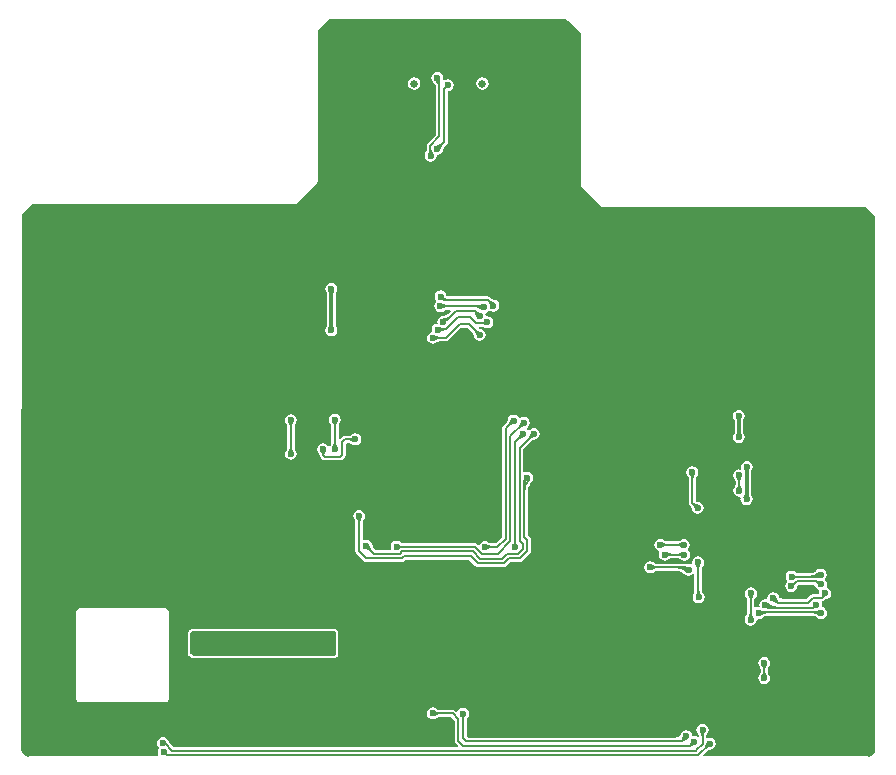
<source format=gbl>
%FSLAX25Y25*%
%MOIN*%
G70*
G01*
G75*
G04 Layer_Physical_Order=5*
G04 Layer_Color=16711680*
%ADD10C,0.00787*%
%ADD11C,0.01181*%
%ADD12R,0.02756X0.04921*%
%ADD13O,0.07874X0.05906*%
%ADD14R,0.07874X0.05906*%
%ADD15C,0.11811*%
%ADD16R,0.01181X0.03347*%
%ADD17R,0.02362X0.03347*%
%ADD18R,0.03543X0.06693*%
%ADD19O,0.05906X0.07874*%
%ADD20R,0.05906X0.07874*%
%ADD21R,0.05512X0.02362*%
%ADD22R,0.03150X0.07874*%
%ADD23R,0.02362X0.07874*%
%ADD24O,0.07480X0.12992*%
%ADD25R,0.01575X0.04724*%
%ADD26R,0.03937X0.03543*%
%ADD27O,0.02362X0.05512*%
%ADD28R,0.02362X0.01969*%
%ADD29R,0.01969X0.02362*%
%ADD30R,0.04921X0.02756*%
%ADD31R,0.03543X0.03937*%
%ADD32R,0.05118X0.03150*%
%ADD33R,0.03150X0.05118*%
%ADD34R,0.03150X0.03150*%
%ADD35R,0.06693X0.03543*%
%ADD36R,0.03543X0.02362*%
G04:AMPARAMS|DCode=37|XSize=98.43mil|YSize=59.06mil|CornerRadius=14.76mil|HoleSize=0mil|Usage=FLASHONLY|Rotation=90.000|XOffset=0mil|YOffset=0mil|HoleType=Round|Shape=RoundedRectangle|*
%AMROUNDEDRECTD37*
21,1,0.09843,0.02953,0,0,90.0*
21,1,0.06890,0.05906,0,0,90.0*
1,1,0.02953,0.01476,0.03445*
1,1,0.02953,0.01476,-0.03445*
1,1,0.02953,-0.01476,-0.03445*
1,1,0.02953,-0.01476,0.03445*
%
%ADD37ROUNDEDRECTD37*%
%ADD38C,0.07874*%
%ADD39C,0.02559*%
G04:AMPARAMS|DCode=40|XSize=39.37mil|YSize=62.99mil|CornerRadius=17.72mil|HoleSize=0mil|Usage=FLASHONLY|Rotation=180.000|XOffset=0mil|YOffset=0mil|HoleType=Round|Shape=RoundedRectangle|*
%AMROUNDEDRECTD40*
21,1,0.03937,0.02756,0,0,180.0*
21,1,0.00394,0.06299,0,0,180.0*
1,1,0.03543,-0.00197,0.01378*
1,1,0.03543,0.00197,0.01378*
1,1,0.03543,0.00197,-0.01378*
1,1,0.03543,-0.00197,-0.01378*
%
%ADD40ROUNDEDRECTD40*%
G04:AMPARAMS|DCode=41|XSize=39.37mil|YSize=82.68mil|CornerRadius=17.72mil|HoleSize=0mil|Usage=FLASHONLY|Rotation=180.000|XOffset=0mil|YOffset=0mil|HoleType=Round|Shape=RoundedRectangle|*
%AMROUNDEDRECTD41*
21,1,0.03937,0.04724,0,0,180.0*
21,1,0.00394,0.08268,0,0,180.0*
1,1,0.03543,-0.00197,0.02362*
1,1,0.03543,0.00197,0.02362*
1,1,0.03543,0.00197,-0.02362*
1,1,0.03543,-0.00197,-0.02362*
%
%ADD41ROUNDEDRECTD41*%
%ADD42C,0.02362*%
G36*
X40050Y246644D02*
D01*
X40050Y246644D01*
X44166Y242528D01*
Y192224D01*
X44166Y192224D01*
X44166D01*
X44273Y191687D01*
X44577Y191231D01*
X50877Y184932D01*
X51332Y184627D01*
X51870Y184520D01*
X139379D01*
X142296Y181603D01*
Y117913D01*
X142296Y117912D01*
Y3937D01*
X142309Y3871D01*
X142128Y2958D01*
X141573Y2128D01*
X140743Y1574D01*
X139830Y1392D01*
X139764Y1405D01*
X85159D01*
X84968Y1867D01*
X86614Y3513D01*
X86614D01*
X86623Y3503D01*
X86623D01*
X86623Y3503D01*
Y3503D01*
X86845Y3651D01*
X87102Y3702D01*
X87106Y3702D01*
X87874Y3854D01*
X88525Y4290D01*
X88961Y4941D01*
X89113Y5709D01*
X88961Y6477D01*
X88525Y7128D01*
X87874Y7563D01*
X87106Y7716D01*
X86338Y7563D01*
X85948Y7771D01*
Y8335D01*
X85962D01*
X86014Y8597D01*
X86160Y8815D01*
X86163Y8817D01*
X86598Y9468D01*
X86751Y10236D01*
X86598Y11004D01*
X86163Y11655D01*
X85512Y12090D01*
X84744Y12243D01*
X83976Y12090D01*
X83325Y11655D01*
X82890Y11004D01*
X82737Y10236D01*
X82890Y9468D01*
X83325Y8817D01*
X83328Y8815D01*
X83474Y8597D01*
X83526Y8335D01*
X83540D01*
Y8160D01*
X83099Y7925D01*
X82756Y8154D01*
X81988Y8306D01*
X81664Y8242D01*
X81248Y8520D01*
X81185Y8839D01*
X80750Y9490D01*
X80099Y9925D01*
X79331Y10078D01*
X78563Y9925D01*
X77912Y9490D01*
X77476Y8839D01*
X77324Y8071D01*
X75448Y7700D01*
X6503D01*
X6126Y8078D01*
Y14087D01*
X6340Y14230D01*
X6775Y14882D01*
X6928Y15650D01*
X6775Y16418D01*
X6340Y17069D01*
X5689Y17504D01*
X4921Y17657D01*
X4153Y17504D01*
X3502Y17069D01*
X3067Y16418D01*
X2644Y16289D01*
X2334Y16600D01*
X1943Y16861D01*
X1482Y16952D01*
X1482Y16952D01*
X-3217D01*
Y16966D01*
X-3478Y17018D01*
X-3697Y17164D01*
X-3699Y17167D01*
X-4350Y17602D01*
X-5118Y17755D01*
X-5886Y17602D01*
X-6537Y17167D01*
X-6972Y16516D01*
X-7125Y15748D01*
X-6972Y14980D01*
X-6537Y14329D01*
X-5886Y13894D01*
X-5118Y13741D01*
X-4350Y13894D01*
X-3699Y14329D01*
X-3697Y14332D01*
X-3478Y14478D01*
X-3217Y14530D01*
Y14540D01*
Y14544D01*
X983D01*
X2142Y13385D01*
Y6595D01*
X2142Y6595D01*
X2234Y6134D01*
X2495Y5743D01*
X3226Y5013D01*
X3034Y4551D01*
X-91529D01*
X-93118Y6140D01*
X-93225Y6674D01*
X-93660Y7325D01*
X-94311Y7760D01*
X-95079Y7913D01*
X-95847Y7760D01*
X-96498Y7325D01*
X-96933Y6674D01*
X-97086Y5906D01*
X-96933Y5137D01*
X-96498Y4486D01*
X-96498Y4486D01*
X-96301Y4175D01*
X-96736Y3524D01*
X-96889Y2756D01*
X-96736Y1988D01*
X-96641Y1846D01*
X-96877Y1405D01*
X-139764D01*
X-139829Y1392D01*
X-140743Y1574D01*
X-141573Y2128D01*
X-142127Y2958D01*
X-142309Y3871D01*
X-142296Y3937D01*
Y117222D01*
X-142197Y117717D01*
Y182095D01*
X-138887Y185406D01*
X-51279D01*
X-50742Y185513D01*
X-50286Y185818D01*
X-50286Y185818D01*
X-50286Y185818D01*
X-43987Y192117D01*
X-43682Y192573D01*
X-43575Y193110D01*
X-43575Y193110D01*
X-43575Y193110D01*
Y193110D01*
Y243414D01*
X-39674Y247316D01*
X39379D01*
X40050Y246644D01*
D02*
G37*
%LPC*%
G36*
X83268Y68149D02*
X82500Y67996D01*
X81849Y67561D01*
X81413Y66910D01*
X81261Y66142D01*
X81352Y65681D01*
X80936Y65403D01*
X80886Y65437D01*
X80118Y65590D01*
X79553Y65477D01*
X79398Y65581D01*
X78937Y65673D01*
X78937Y65673D01*
X78079D01*
X77980Y65686D01*
Y65673D01*
X76144D01*
X76079Y65679D01*
Y65673D01*
X69224D01*
Y65687D01*
X68962Y65738D01*
X68744Y65884D01*
X68742Y65888D01*
X68091Y66323D01*
X67323Y66476D01*
X66555Y66323D01*
X65904Y65888D01*
X65469Y65237D01*
X65316Y64468D01*
X65469Y63700D01*
X65904Y63049D01*
X66555Y62614D01*
X67323Y62461D01*
X68091Y62614D01*
X68742Y63049D01*
X68744Y63053D01*
X68962Y63199D01*
X69224Y63250D01*
Y63261D01*
Y63264D01*
X76117D01*
X77043Y63142D01*
X77942Y62770D01*
X78664Y62216D01*
X78699Y62164D01*
X79350Y61728D01*
X80118Y61576D01*
X80886Y61728D01*
X81537Y62164D01*
X81585Y62235D01*
X82064Y62090D01*
Y56805D01*
X82054D01*
X82064Y56735D01*
Y55883D01*
X82037Y55857D01*
X82037Y55857D01*
X82037Y55856D01*
X82036Y55855D01*
X82036Y55855D01*
X82036Y55835D01*
X81610Y55197D01*
X81458Y54429D01*
X81610Y53661D01*
X82045Y53010D01*
X82696Y52575D01*
X83465Y52422D01*
X84233Y52575D01*
X84884Y53010D01*
X85319Y53661D01*
X85472Y54429D01*
X85319Y55197D01*
X84884Y55848D01*
X84852Y55870D01*
X84577Y56282D01*
X84473Y56805D01*
X84472D01*
Y64241D01*
X84486D01*
X84538Y64502D01*
X84683Y64720D01*
X84687Y64723D01*
X85122Y65374D01*
X85275Y66142D01*
X85122Y66910D01*
X84687Y67561D01*
X84036Y67996D01*
X83268Y68149D01*
D02*
G37*
G36*
X78543Y73956D02*
X77775Y73803D01*
X77124Y73368D01*
X77122Y73364D01*
X76903Y73219D01*
X76642Y73167D01*
Y73153D01*
X72570D01*
Y73167D01*
X72309Y73219D01*
X72091Y73364D01*
X72088Y73368D01*
X71437Y73803D01*
X70669Y73956D01*
X69901Y73803D01*
X69250Y73368D01*
X68815Y72717D01*
X68662Y71949D01*
X68815Y71181D01*
X69250Y70529D01*
X69901Y70094D01*
X70260Y70023D01*
X70451Y69561D01*
X70390Y69469D01*
X70237Y68701D01*
X70390Y67933D01*
X70825Y67282D01*
X71476Y66847D01*
X72244Y66694D01*
X73012Y66847D01*
X73663Y67282D01*
X73666Y67285D01*
X73884Y67431D01*
X74145Y67483D01*
Y67493D01*
Y67497D01*
X76741D01*
Y67493D01*
Y67483D01*
X77002Y67431D01*
X77220Y67285D01*
X77223Y67282D01*
X77874Y66847D01*
X78642Y66694D01*
X79410Y66847D01*
X80061Y67282D01*
X80496Y67933D01*
X80649Y68701D01*
X80496Y69469D01*
X80061Y70120D01*
D01*
X79962Y70530D01*
D01*
X80398Y71181D01*
X80550Y71949D01*
X80398Y72717D01*
X79962Y73368D01*
X79311Y73803D01*
X78543Y73956D01*
D02*
G37*
G36*
X99508Y99940D02*
X98740Y99787D01*
X98089Y99352D01*
X97654Y98701D01*
X97501Y97933D01*
X97611Y97378D01*
X97258Y97024D01*
X96949Y97086D01*
X96181Y96933D01*
X95530Y96498D01*
X95095Y95847D01*
X94942Y95079D01*
X95095Y94311D01*
X95530Y93660D01*
X95533Y93657D01*
X95679Y93439D01*
X95731Y93178D01*
X95745D01*
Y91862D01*
X95731D01*
X95679Y91600D01*
X95533Y91382D01*
X95530Y91380D01*
X95095Y90729D01*
X94942Y89961D01*
X95095Y89193D01*
X95530Y88541D01*
X96181Y88106D01*
X96949Y87954D01*
X97135Y87991D01*
X97488Y87637D01*
X97402Y87205D01*
X97555Y86437D01*
X97990Y85786D01*
X98641Y85350D01*
X99410Y85198D01*
X100178Y85350D01*
X100829Y85786D01*
X101264Y86437D01*
X101417Y87205D01*
X101264Y87973D01*
X100932Y88469D01*
X100913Y88516D01*
Y88867D01*
X100913Y88868D01*
X100913D01*
Y96483D01*
X100935Y96506D01*
D01*
X100936Y96507D01*
X100936Y96507D01*
X100936Y96527D01*
X101362Y97165D01*
X101515Y97933D01*
X101362Y98701D01*
X100927Y99352D01*
X100276Y99787D01*
X99508Y99940D01*
D02*
G37*
G36*
X81398Y98168D02*
X80630Y98016D01*
X79979Y97581D01*
X79543Y96930D01*
X79391Y96161D01*
X79543Y95393D01*
X79979Y94742D01*
X79982Y94740D01*
X80128Y94522D01*
X80180Y94261D01*
X80194D01*
Y85983D01*
X80194Y85983D01*
X80285Y85522D01*
X80546Y85131D01*
X80889Y84789D01*
X80888Y84788D01*
X80879Y84779D01*
Y84779D01*
X80879Y84779D01*
X80879D01*
X81027Y84557D01*
X81078Y84300D01*
X81077Y84296D01*
X81230Y83528D01*
X81665Y82877D01*
X82316Y82442D01*
X83084Y82289D01*
X83853Y82442D01*
X84504Y82877D01*
X84939Y83528D01*
X85092Y84296D01*
X84939Y85064D01*
X84504Y85715D01*
X83853Y86150D01*
X83084Y86303D01*
X83080Y86302D01*
X82823Y86353D01*
X82602Y86501D01*
Y94261D01*
X82616D01*
X82668Y94522D01*
X82813Y94740D01*
X82817Y94742D01*
X83252Y95393D01*
X83405Y96161D01*
X83252Y96930D01*
X82817Y97581D01*
X82166Y98016D01*
X81398Y98168D01*
D02*
G37*
G36*
X105315Y34586D02*
X104547Y34433D01*
X103896Y33998D01*
X103461Y33347D01*
X103308Y32579D01*
X103461Y31811D01*
X103896Y31159D01*
X103899Y31157D01*
X104045Y30939D01*
X104097Y30678D01*
X104111D01*
Y29460D01*
X104097D01*
X104045Y29199D01*
X103899Y28981D01*
X103896Y28978D01*
X103461Y28327D01*
X103308Y27559D01*
X103461Y26791D01*
X103896Y26140D01*
X104547Y25705D01*
X105315Y25552D01*
X106083Y25705D01*
X106734Y26140D01*
X107169Y26791D01*
X107322Y27559D01*
X107169Y28327D01*
X106734Y28978D01*
X106731Y28981D01*
X106585Y29199D01*
X106533Y29460D01*
X106519D01*
Y30678D01*
X106533D01*
X106585Y30939D01*
X106731Y31157D01*
X106734Y31159D01*
X107169Y31811D01*
X107322Y32579D01*
X107169Y33347D01*
X106734Y33998D01*
X106083Y34433D01*
X105315Y34586D01*
D02*
G37*
G36*
X-94412Y50771D02*
X-122759D01*
X-123296Y50664D01*
X-123752Y50359D01*
X-124057Y49903D01*
X-124164Y49366D01*
Y21019D01*
X-124164Y21019D01*
X-124164D01*
X-124057Y20482D01*
X-123752Y20026D01*
X-123296Y19721D01*
X-122759Y19614D01*
X-94412D01*
X-93875Y19721D01*
X-93419Y20026D01*
X-93114Y20482D01*
X-93007Y21019D01*
Y49366D01*
X-93114Y49903D01*
X-93419Y50359D01*
X-93875Y50664D01*
X-94412Y50771D01*
D02*
G37*
G36*
X124114Y64015D02*
X123346Y63862D01*
X122695Y63427D01*
X122670Y63389D01*
X122074Y62932D01*
X121339Y62628D01*
X120550Y62524D01*
Y62523D01*
X116031D01*
X115888Y62738D01*
X115237Y63173D01*
X114469Y63326D01*
X113700Y63173D01*
X113049Y62738D01*
X112614Y62087D01*
X112461Y61319D01*
X112614Y60551D01*
X113049Y59900D01*
X113049Y59900D01*
X112852Y59588D01*
X112852Y59588D01*
X112852D01*
X112417Y58937D01*
X112265Y58169D01*
X112417Y57401D01*
X112852Y56750D01*
X113504Y56315D01*
X114272Y56162D01*
X115040Y56315D01*
X115691Y56750D01*
X116126Y57401D01*
X116256Y58057D01*
X116739Y58540D01*
X121942D01*
X122448Y58034D01*
X122457Y57992D01*
X122892Y57341D01*
X123543Y56906D01*
X123605Y56893D01*
X123736Y56575D01*
X123583Y55807D01*
X123360Y55535D01*
X121659D01*
X121659Y55535D01*
X121198Y55443D01*
X120808Y55182D01*
X119389Y53763D01*
X112248D01*
X110373Y54134D01*
X110220Y54902D01*
X109785Y55553D01*
X109134Y55988D01*
X108366Y56141D01*
X107598Y55988D01*
X106947Y55553D01*
X106512Y54902D01*
X106359Y54134D01*
X106372Y54071D01*
X106018Y53717D01*
X105709Y53779D01*
X104941Y53626D01*
X104289Y53191D01*
X103854Y52540D01*
X103702Y51772D01*
X103751Y51525D01*
X103445Y51220D01*
X102677Y51067D01*
X102433Y50904D01*
X101992Y51139D01*
Y53668D01*
X101999D01*
X102077Y54061D01*
X102287Y54376D01*
X102305Y54388D01*
X102740Y55039D01*
X102893Y55807D01*
X102740Y56575D01*
X102305Y57226D01*
X101654Y57661D01*
X100886Y57814D01*
X100118Y57661D01*
X99467Y57226D01*
X99032Y56575D01*
X98879Y55807D01*
X99032Y55039D01*
X99467Y54388D01*
X99489Y54373D01*
X99583Y54145D01*
Y53717D01*
X99577Y53668D01*
X99583D01*
Y48948D01*
X99569D01*
X99517Y48687D01*
X99372Y48469D01*
X99368Y48467D01*
X98933Y47815D01*
X98780Y47047D01*
X98933Y46279D01*
X99368Y45628D01*
X100019Y45193D01*
X100787Y45040D01*
X101556Y45193D01*
X102207Y45628D01*
X102642Y46279D01*
X102780Y46977D01*
X103196Y47255D01*
X103445Y47205D01*
X104213Y47358D01*
X104864Y47793D01*
X104885Y47825D01*
X105298Y48101D01*
X105821Y48205D01*
Y48205D01*
X121935D01*
Y48205D01*
X122458Y48101D01*
X122871Y47825D01*
X122892Y47793D01*
X123543Y47358D01*
X124311Y47205D01*
X125079Y47358D01*
X125730Y47793D01*
X126165Y48445D01*
X126318Y49213D01*
X126165Y49981D01*
X125730Y50632D01*
X125079Y51067D01*
X124500Y51182D01*
X124492Y51200D01*
X124645Y51968D01*
X124492Y52737D01*
X124492Y52737D01*
X124492Y52737D01*
X124508Y53127D01*
D01*
D01*
X124969Y53218D01*
X125359Y53479D01*
X125556Y53676D01*
X125568Y53664D01*
X125568Y53664D01*
X125615Y53735D01*
X125685Y53804D01*
X125751Y53832D01*
X126359Y53953D01*
X127010Y54388D01*
X127445Y55039D01*
X127598Y55807D01*
X127445Y56575D01*
X127010Y57226D01*
X126359Y57661D01*
X126297Y57674D01*
X126165Y57992D01*
X126318Y58760D01*
X126165Y59528D01*
X125730Y60179D01*
X125699Y60200D01*
X125601Y60690D01*
X125969Y61240D01*
X126121Y62008D01*
X125969Y62776D01*
X125533Y63427D01*
X124882Y63862D01*
X124114Y64015D01*
D02*
G37*
G36*
X-38091Y44060D02*
X-38091Y44060D01*
X-38091Y44060D01*
X-84802Y44012D01*
X-84805Y44013D01*
X-84923D01*
X-85040Y44025D01*
X-85079Y44013D01*
X-85118D01*
X-85520Y43933D01*
X-85520D01*
X-85690Y43863D01*
X-85809Y43813D01*
X-85809Y43813D01*
X-86168Y43574D01*
X-86168Y43574D01*
X-86278Y43463D01*
X-86389Y43353D01*
X-86389Y43353D01*
X-86628Y42994D01*
X-86628Y42994D01*
X-86678Y42875D01*
X-86748Y42705D01*
Y42705D01*
X-86832Y42283D01*
Y42202D01*
X-86848Y42122D01*
X-86826Y37302D01*
Y36462D01*
X-86831Y36451D01*
Y36333D01*
X-86843Y36216D01*
X-86831Y36178D01*
Y36138D01*
X-86737Y35663D01*
Y35663D01*
X-86617Y35374D01*
X-86334Y34950D01*
X-86113Y34729D01*
X-85689Y34446D01*
X-85400Y34326D01*
X-85400D01*
X-84901Y34227D01*
X-84821D01*
X-84744Y34212D01*
X-38134Y34236D01*
X-38111Y34227D01*
X-38032Y34227D01*
X-37955Y34212D01*
X-37877Y34227D01*
X-37798Y34227D01*
X-37725Y34257D01*
X-37647Y34273D01*
X-37308Y34413D01*
X-37204Y34483D01*
X-37048Y34587D01*
X-36874Y34848D01*
X-36718Y35224D01*
X-36717Y35227D01*
X-36716Y35228D01*
X-36687Y35381D01*
X-36657Y35531D01*
X-36657Y35534D01*
X-36657Y35536D01*
X-36696Y42473D01*
X-36683Y42506D01*
X-36683Y42585D01*
X-36667Y42663D01*
X-36683Y42741D01*
X-36683Y42820D01*
X-36713Y42893D01*
X-36728Y42970D01*
X-36897Y43377D01*
X-37071Y43638D01*
X-37331Y43812D01*
X-37783Y43999D01*
X-37784Y43999D01*
X-37784Y43999D01*
X-37938Y44030D01*
X-38091Y44060D01*
D02*
G37*
G36*
X-52461Y115491D02*
X-53229Y115339D01*
X-53880Y114903D01*
X-54315Y114252D01*
X-54468Y113484D01*
X-54315Y112716D01*
X-53880Y112065D01*
X-53876Y112063D01*
X-53731Y111845D01*
X-53679Y111583D01*
X-53665D01*
Y104165D01*
X-53679D01*
X-53731Y103903D01*
X-53876Y103685D01*
X-53880Y103683D01*
X-54315Y103032D01*
X-54468Y102264D01*
X-54315Y101496D01*
X-53880Y100845D01*
X-53229Y100409D01*
X-52461Y100257D01*
X-51693Y100409D01*
X-51041Y100845D01*
X-50606Y101496D01*
X-50454Y102264D01*
X-50606Y103032D01*
X-51041Y103683D01*
X-51045Y103685D01*
X-51191Y103903D01*
X-51243Y104165D01*
X-51256D01*
Y111583D01*
X-51243D01*
X-51191Y111845D01*
X-51045Y112063D01*
X-51041Y112065D01*
X-50606Y112716D01*
X-50454Y113484D01*
X-50606Y114252D01*
X-51041Y114903D01*
X-51693Y115339D01*
X-52461Y115491D01*
D02*
G37*
G36*
X-3642Y229566D02*
X-4410Y229413D01*
X-5061Y228978D01*
X-5496Y228327D01*
X-5649Y227559D01*
X-5496Y226791D01*
X-5061Y226140D01*
X-5023Y226114D01*
X-4563Y225515D01*
X-4256Y224775D01*
X-4152Y223981D01*
X-4151D01*
Y208570D01*
X-6855Y205865D01*
X-7117Y205475D01*
X-7208Y205014D01*
X-7208Y205014D01*
Y203812D01*
X-7215D01*
X-7208Y203764D01*
Y203335D01*
X-7303Y203107D01*
X-7325Y203092D01*
X-7760Y202441D01*
X-7913Y201673D01*
X-7760Y200905D01*
X-7325Y200254D01*
X-6674Y199819D01*
X-5906Y199666D01*
X-5137Y199819D01*
X-4486Y200254D01*
X-4051Y200905D01*
X-3898Y201673D01*
X-3915Y201755D01*
X-3642Y202028D01*
X-2874Y202181D01*
X-2222Y202616D01*
X-1787Y203267D01*
X-1635Y204035D01*
X-1636Y204040D01*
X-1584Y204297D01*
X-1436Y204518D01*
X-1446Y204528D01*
X-1446Y204528D01*
X-521Y205453D01*
X-521Y205453D01*
X-364Y205688D01*
X-260Y205844D01*
X-168Y206305D01*
Y223097D01*
X571Y223244D01*
X1222Y223679D01*
X1657Y224330D01*
X1810Y225098D01*
X1657Y225867D01*
X1222Y226518D01*
X571Y226953D01*
X-197Y227105D01*
X-965Y226953D01*
X-1097Y226864D01*
X-1379D01*
X-1696Y227251D01*
X-1635Y227559D01*
X-1787Y228327D01*
X-2222Y228978D01*
X-2874Y229413D01*
X-3642Y229566D01*
D02*
G37*
G36*
X-2559Y156731D02*
X-3327Y156579D01*
X-3978Y156144D01*
X-4413Y155492D01*
X-4566Y154724D01*
X-4413Y153956D01*
X-3978Y153305D01*
D01*
X-4077Y152994D01*
X-4077D01*
X-4512Y152343D01*
X-4665Y151575D01*
X-4512Y150807D01*
X-4077Y150156D01*
X-3426Y149721D01*
X-2657Y149568D01*
X-1889Y149721D01*
X-1238Y150156D01*
X-1236Y150159D01*
X-1018Y150305D01*
X-757Y150357D01*
Y150367D01*
Y150371D01*
X672D01*
X863Y149909D01*
X-223Y148823D01*
X-856Y148400D01*
X-1599Y148252D01*
X-1673Y148267D01*
X-2441Y148114D01*
X-3092Y147679D01*
X-3528Y147028D01*
X-3680Y146260D01*
X-3570Y145703D01*
X-4311Y145555D01*
X-4963Y145120D01*
X-5398Y144469D01*
X-5550Y143701D01*
X-5460Y143245D01*
X-5737Y142829D01*
X-5886Y142799D01*
X-6537Y142364D01*
X-6972Y141713D01*
X-7125Y140945D01*
X-6972Y140177D01*
X-6537Y139526D01*
X-5886Y139091D01*
X-5118Y138938D01*
X-4350Y139091D01*
X-3699Y139526D01*
X-3697Y139529D01*
X-3478Y139675D01*
X-3217Y139727D01*
Y139737D01*
Y139741D01*
X-788D01*
X-787Y139741D01*
X-327Y139832D01*
X64Y140093D01*
X4337Y144367D01*
X6293D01*
X8237Y142422D01*
X8237Y142422D01*
X8235Y142419D01*
X8228Y142412D01*
X8376Y142191D01*
X8427Y141933D01*
X8426Y141929D01*
X8579Y141161D01*
X9014Y140510D01*
X9665Y140075D01*
X10433Y139922D01*
X11201Y140075D01*
X11852Y140510D01*
X12287Y141161D01*
X12440Y141929D01*
X12287Y142697D01*
X11852Y143348D01*
X11201Y143783D01*
X10433Y143936D01*
X10429Y143935D01*
X10370Y143947D01*
X10243Y144159D01*
X10136Y144418D01*
X10233Y144563D01*
X11840D01*
X12224Y144307D01*
X12992Y144154D01*
X13760Y144307D01*
X14411Y144742D01*
X14846Y145394D01*
X14999Y146161D01*
X14846Y146930D01*
X14411Y147581D01*
X13760Y148016D01*
X12992Y148169D01*
X12506Y148072D01*
X12441Y148137D01*
X12291Y148889D01*
X12569Y149305D01*
X12677Y149327D01*
X13329Y149762D01*
X13652Y150246D01*
X14291Y149819D01*
X15059Y149666D01*
X15827Y149819D01*
X16478Y150254D01*
X16913Y150905D01*
X17066Y151673D01*
X16913Y152441D01*
X16478Y153092D01*
X15827Y153527D01*
X15059Y153680D01*
X15055Y153680D01*
X14798Y153731D01*
X14576Y153879D01*
X14566Y153869D01*
X14566Y153869D01*
X14040Y154395D01*
X13650Y154656D01*
X13189Y154748D01*
X13189Y154747D01*
X-289D01*
X-623Y155082D01*
X-705Y155492D01*
X-1140Y156144D01*
X-1791Y156579D01*
X-2559Y156731D01*
D02*
G37*
G36*
X11377Y227809D02*
X10570Y227649D01*
X9886Y227192D01*
X9430Y226508D01*
X9269Y225702D01*
X9430Y224895D01*
X9886Y224212D01*
X10570Y223755D01*
X11377Y223594D01*
X12183Y223755D01*
X12867Y224212D01*
X13323Y224895D01*
X13484Y225702D01*
X13323Y226508D01*
X12867Y227192D01*
X12183Y227649D01*
X11377Y227809D01*
D02*
G37*
G36*
X-11379D02*
X-12186Y227649D01*
X-12870Y227192D01*
X-13326Y226508D01*
X-13487Y225702D01*
X-13326Y224895D01*
X-12870Y224212D01*
X-12186Y223755D01*
X-11379Y223594D01*
X-10573Y223755D01*
X-9889Y224212D01*
X-9432Y224895D01*
X-9272Y225702D01*
X-9432Y226508D01*
X-9889Y227192D01*
X-10573Y227649D01*
X-11379Y227809D01*
D02*
G37*
G36*
X-37795Y115688D02*
X-38563Y115535D01*
X-39215Y115100D01*
X-39650Y114449D01*
X-39802Y113681D01*
X-39650Y112913D01*
X-39215Y112262D01*
X-39211Y112259D01*
X-39065Y112041D01*
X-39013Y111780D01*
X-39000D01*
Y105838D01*
X-39013D01*
X-39065Y105577D01*
X-39211Y105359D01*
X-39215Y105356D01*
X-39580Y104810D01*
X-40080D01*
X-40313Y105159D01*
X-40964Y105594D01*
X-41732Y105747D01*
X-42500Y105594D01*
X-43152Y105159D01*
X-43587Y104508D01*
X-43739Y103740D01*
X-43587Y102972D01*
X-43152Y102321D01*
X-43005Y102223D01*
X-43001Y102194D01*
Y102194D01*
X-42960Y102176D01*
X-42838Y101883D01*
Y101870D01*
X-42838Y101870D01*
X-42838Y101868D01*
X-42838Y101868D01*
X-42838D01*
X-42746Y101407D01*
X-42485Y101016D01*
X-42478Y101011D01*
X-41993Y100526D01*
X-41603Y100265D01*
X-41142Y100174D01*
X-41142Y100174D01*
X-36024D01*
X-36024Y100174D01*
X-35563Y100265D01*
X-35172Y100526D01*
X-34582Y101117D01*
X-34321Y101508D01*
X-34229Y101969D01*
X-34229Y101969D01*
Y105604D01*
X-33852Y105981D01*
X-33143D01*
Y105974D01*
X-32750Y105896D01*
X-32435Y105685D01*
X-32423Y105667D01*
X-31772Y105232D01*
X-31004Y105079D01*
X-30236Y105232D01*
X-29585Y105667D01*
X-29150Y106318D01*
X-28997Y107087D01*
X-29150Y107855D01*
X-29585Y108506D01*
X-30236Y108941D01*
X-31004Y109094D01*
X-31772Y108941D01*
X-32423Y108506D01*
X-32438Y108484D01*
X-32666Y108389D01*
X-33094D01*
X-33143Y108396D01*
Y108389D01*
X-34350D01*
X-34811Y108298D01*
X-34968Y108193D01*
X-35202Y108037D01*
X-35202Y108036D01*
X-36129Y107109D01*
X-36591Y107301D01*
Y111780D01*
X-36577D01*
X-36525Y112041D01*
X-36380Y112259D01*
X-36376Y112262D01*
X-35941Y112913D01*
X-35788Y113681D01*
X-35941Y114449D01*
X-36376Y115100D01*
X-37027Y115535D01*
X-37795Y115688D01*
D02*
G37*
G36*
X21752Y115393D02*
X20984Y115240D01*
X20333Y114805D01*
X19898Y114154D01*
X19745Y113386D01*
X19746Y113382D01*
X19695Y113124D01*
X19547Y112903D01*
X19546D01*
X19546Y112903D01*
Y112903D01*
X19556Y112893D01*
X19556Y112893D01*
X18243Y111580D01*
X17982Y111189D01*
X17890Y110728D01*
X17890Y110728D01*
Y74501D01*
X15854Y72464D01*
X14106D01*
Y72467D01*
Y72478D01*
X13844Y72530D01*
X13626Y72676D01*
X13624Y72679D01*
X12973Y73114D01*
X12205Y73267D01*
X11437Y73114D01*
X10785Y72679D01*
X10350Y72028D01*
X9927Y71900D01*
X9617Y72210D01*
X9227Y72471D01*
X8766Y72562D01*
X8766Y72562D01*
X-15662D01*
X-15805Y72777D01*
X-16456Y73213D01*
X-17224Y73365D01*
X-17992Y73213D01*
X-18644Y72777D01*
X-19079Y72126D01*
X-19231Y71358D01*
X-19079Y70590D01*
X-19287Y70200D01*
X-24206D01*
X-25068Y71062D01*
X-25068Y71062D01*
X-25058Y71072D01*
X-25206Y71294D01*
X-25258Y71551D01*
X-25257Y71555D01*
X-25409Y72323D01*
X-25845Y72974D01*
X-26496Y73409D01*
X-27264Y73562D01*
X-28032Y73409D01*
X-28079Y73378D01*
X-28520Y73614D01*
Y79694D01*
X-28506D01*
X-28454Y79955D01*
X-28309Y80173D01*
X-28305Y80175D01*
X-27870Y80826D01*
X-27717Y81595D01*
X-27870Y82363D01*
X-28305Y83014D01*
X-28956Y83449D01*
X-29724Y83602D01*
X-30492Y83449D01*
X-31144Y83014D01*
X-31579Y82363D01*
X-31732Y81595D01*
X-31579Y80826D01*
X-31144Y80175D01*
X-31140Y80173D01*
X-30994Y79955D01*
X-30942Y79694D01*
X-30929D01*
Y69784D01*
X-30929Y69784D01*
X-30837Y69323D01*
X-30576Y68932D01*
X-28214Y66570D01*
X-28214Y66570D01*
X-27823Y66309D01*
X-27823Y66309D01*
X-27823Y66309D01*
D01*
X-27823Y66309D01*
X-27823Y66309D01*
X-27362Y66217D01*
X-27362Y66217D01*
X-15453D01*
X-15453Y66217D01*
X-14992Y66309D01*
X-14601Y66570D01*
X-14166Y67004D01*
X6962D01*
X9070Y64897D01*
X9070Y64897D01*
X9461Y64635D01*
X9461Y64635D01*
X9461Y64635D01*
D01*
X9461Y64635D01*
X9461Y64635D01*
X9922Y64544D01*
X9922Y64544D01*
X18529D01*
X18529Y64544D01*
X18990Y64635D01*
X19380Y64897D01*
X20701Y66217D01*
X23875D01*
X23875Y66217D01*
X24336Y66309D01*
X24726Y66570D01*
X27229Y69073D01*
X27229Y69073D01*
X27386Y69307D01*
X27490Y69463D01*
X27582Y69924D01*
Y73721D01*
X27582Y73721D01*
X27490Y74181D01*
X27229Y74572D01*
X27229Y74572D01*
X26598Y75204D01*
Y90074D01*
X26728Y91066D01*
X27135Y92047D01*
X27737Y92832D01*
X27797Y92872D01*
X28232Y93523D01*
X28385Y94291D01*
X28232Y95059D01*
X27797Y95710D01*
X27146Y96146D01*
X26378Y96298D01*
X25610Y96146D01*
X25464Y96048D01*
X25023Y96284D01*
Y103733D01*
X28051Y106761D01*
X28051Y106761D01*
X28053Y106758D01*
X28060Y106751D01*
X28282Y106899D01*
X28539Y106950D01*
X28543Y106950D01*
X29311Y107102D01*
X29963Y107537D01*
X30398Y108189D01*
X30550Y108957D01*
X30398Y109725D01*
X29963Y110376D01*
X29311Y110811D01*
X28543Y110964D01*
X27775Y110811D01*
X27124Y110376D01*
X26989Y110173D01*
X26489D01*
X26419Y110277D01*
X26143Y110462D01*
Y110962D01*
X26616Y111278D01*
X27051Y111929D01*
X27204Y112697D01*
X27051Y113465D01*
X26616Y114116D01*
X25965Y114551D01*
X25197Y114704D01*
X24429Y114551D01*
X23971Y114245D01*
X23480Y114342D01*
X23171Y114805D01*
X22520Y115240D01*
X21752Y115393D01*
D02*
G37*
G36*
X-38976Y159291D02*
X-39744Y159138D01*
X-40396Y158703D01*
X-40831Y158052D01*
X-40983Y157283D01*
X-40831Y156515D01*
X-40404Y155878D01*
X-40404Y155858D01*
D01*
D01*
Y155858D01*
D01*
D01*
X-40404Y155856D01*
Y155856D01*
X-40404Y155856D01*
D01*
D01*
X-40381Y155834D01*
Y144855D01*
X-40404Y144833D01*
X-40404Y144833D01*
X-40404Y144833D01*
X-40404Y144831D01*
X-40404Y144831D01*
X-40404Y144811D01*
X-40831Y144174D01*
X-40983Y143405D01*
X-40831Y142637D01*
X-40396Y141986D01*
X-39744Y141551D01*
X-38976Y141398D01*
X-38208Y141551D01*
X-37557Y141986D01*
X-37122Y142637D01*
X-36969Y143405D01*
X-37122Y144174D01*
X-37548Y144811D01*
X-37548Y144831D01*
Y144831D01*
X-37548D01*
D01*
D01*
D01*
D01*
D01*
D01*
D01*
D01*
X-37549Y144833D01*
X-37549D01*
D01*
D01*
D01*
X-37571Y144855D01*
Y155834D01*
X-37549Y155856D01*
D01*
X-37548Y155858D01*
X-37548Y155858D01*
X-37548Y155878D01*
X-37122Y156515D01*
X-36969Y157283D01*
X-37122Y158052D01*
X-37557Y158703D01*
X-38208Y159138D01*
X-38976Y159291D01*
D02*
G37*
G36*
X96850Y116968D02*
X96082Y116815D01*
X95431Y116380D01*
X94996Y115729D01*
X94843Y114961D01*
X94996Y114193D01*
X95422Y113555D01*
X95422Y113535D01*
D01*
D01*
Y113535D01*
D01*
D01*
X95423Y113533D01*
Y113533D01*
X95423Y113533D01*
D01*
D01*
X95445Y113511D01*
Y109324D01*
X95423Y109301D01*
X95423Y109301D01*
X95423Y109301D01*
X95422Y109300D01*
X95422Y109300D01*
X95422Y109280D01*
X94996Y108642D01*
X94843Y107874D01*
X94996Y107106D01*
X95431Y106455D01*
X96082Y106020D01*
X96850Y105867D01*
X97619Y106020D01*
X98270Y106455D01*
X98705Y107106D01*
X98857Y107874D01*
X98705Y108642D01*
X98278Y109280D01*
X98278Y109300D01*
Y109300D01*
X98278D01*
D01*
D01*
D01*
D01*
D01*
D01*
D01*
D01*
X98278Y109301D01*
X98278D01*
D01*
D01*
D01*
X98255Y109324D01*
Y113511D01*
X98278Y113533D01*
D01*
X98278Y113535D01*
X98278Y113535D01*
X98278Y113555D01*
X98705Y114193D01*
X98857Y114961D01*
X98705Y115729D01*
X98270Y116380D01*
X97619Y116815D01*
X96850Y116968D01*
D02*
G37*
%LPD*%
G36*
X-37639Y43070D02*
X-37470Y42663D01*
X-37500Y42618D01*
X-37500D01*
X-37459Y35531D01*
X-37615Y35155D01*
X-37955Y35014D01*
X-37992Y35039D01*
Y35039D01*
X-84744Y35014D01*
X-85243Y35114D01*
X-85667Y35396D01*
X-85949Y35820D01*
X-86044Y36294D01*
X-86024Y36319D01*
X-86024D01*
Y37303D01*
X-86045Y42126D01*
X-85961Y42548D01*
X-85721Y42906D01*
X-85363Y43146D01*
X-84962Y43226D01*
X-84941Y43209D01*
Y43209D01*
X-38091Y43257D01*
X-37639Y43070D01*
D02*
G37*
D10*
X96949Y93178D02*
G03*
X96392Y94522I-1901J0D01*
G01*
X97506D02*
G03*
X96949Y93178I1344J-1344D01*
G01*
Y91862D02*
G03*
X97506Y90517I1901J0D01*
G01*
X96392D02*
G03*
X96949Y91862I-1344J1344D01*
G01*
X-41634Y101868D02*
G03*
X-42232Y103131I-1635J0D01*
G01*
X-41175Y103183D02*
G03*
X-41634Y102077I1106J-1106D01*
G01*
X-32667Y107185D02*
G03*
X-31561Y107643I0J1565D01*
G01*
Y106530D02*
G03*
X-33143Y107185I-1582J-1582D01*
G01*
X-29724Y79694D02*
G03*
X-30281Y81038I-1901J0D01*
G01*
X-29168D02*
G03*
X-29724Y79694I1344J-1344D01*
G01*
X26935Y93735D02*
G03*
X25394Y90014I3720J-3720D01*
G01*
X26378Y94291D02*
G03*
X25394Y91915I2376J-2376D01*
G01*
X-2947Y223981D02*
G03*
X-4199Y227002I-4273J0D01*
G01*
X-2947Y225882D02*
G03*
X-3642Y227559I-2372J0D01*
G01*
X-6004Y203812D02*
G03*
X-5349Y202230I2237J0D01*
G01*
X-6462Y202230D02*
G03*
X-6004Y203337I-1107J1107D01*
G01*
X-2298Y205380D02*
G03*
X-2854Y204035I1344J-1344D01*
G01*
X-3642Y204823D02*
G03*
X-2298Y205380I0J1901D01*
G01*
X20408Y112042D02*
G03*
X20965Y113386I-1344J1344D01*
G01*
X21752Y112598D02*
G03*
X20408Y112042I0J-1901D01*
G01*
X23853Y111353D02*
G03*
X24409Y112697I-1344J1344D01*
G01*
X25197Y111909D02*
G03*
X23853Y111353I0J-1901D01*
G01*
X23656Y107514D02*
G03*
X24213Y108858I-1344J1344D01*
G01*
X25000Y108071D02*
G03*
X23656Y107514I0J-1901D01*
G01*
X27199Y107613D02*
G03*
X27756Y108957I-1344J1344D01*
G01*
X28543Y108169D02*
G03*
X27199Y107613I0J-1901D01*
G01*
X-37795Y105838D02*
G03*
X-37238Y104494I1901J0D01*
G01*
X-38352D02*
G03*
X-37795Y105838I-1344J1344D01*
G01*
Y111780D02*
G03*
X-38352Y113124I-1901J0D01*
G01*
X-37238D02*
G03*
X-37795Y111780I1344J-1344D01*
G01*
X-3217Y140945D02*
G03*
X-4561Y140388I0J-1901D01*
G01*
Y141502D02*
G03*
X-3217Y140945I1344J1344D01*
G01*
X9089Y143273D02*
G03*
X10433Y142717I1344J1344D01*
G01*
X9646Y141929D02*
G03*
X9089Y143273I-1901J0D01*
G01*
X9244Y149417D02*
G03*
X10434Y148925I1189J1189D01*
G01*
X9646Y148137D02*
G03*
X9025Y149636I-2120J0D01*
G01*
X-1167Y143898D02*
G03*
X-2987Y143144I0J-2573D01*
G01*
X-2987Y144257D02*
G03*
X-2118Y143898I869J869D01*
G01*
X-1673Y147047D02*
G03*
X679Y148022I0J3327D01*
G01*
X13715Y153017D02*
G03*
X15059Y152461I1344J1344D01*
G01*
X14272Y151673D02*
G03*
X13715Y153017I-1901J0D01*
G01*
X-52461Y111583D02*
G03*
X-53017Y112927I-1901J0D01*
G01*
X-51904D02*
G03*
X-52461Y111583I1344J-1344D01*
G01*
X81740Y85640D02*
G03*
X83084Y85083I1344J1344D01*
G01*
X82297Y84296D02*
G03*
X81740Y85640I-1901J0D01*
G01*
X83268Y64241D02*
G03*
X82711Y65585I-1901J0D01*
G01*
X83824D02*
G03*
X83268Y64241I1344J-1344D01*
G01*
Y56805D02*
G03*
X84021Y54986I2573J0D01*
G01*
X82908Y54986D02*
G03*
X83268Y55855I-869J869D01*
G01*
X100787Y48948D02*
G03*
X101344Y47604I1901J0D01*
G01*
X100231D02*
G03*
X100787Y48948I-1344J1344D01*
G01*
Y54144D02*
G03*
X100329Y55250I-1565J0D01*
G01*
X101443D02*
G03*
X100787Y53668I1582J-1582D01*
G01*
X120550Y61319D02*
G03*
X123557Y62565I0J4253D01*
G01*
X122451Y61319D02*
G03*
X124114Y62008I0J2352D01*
G01*
X124705Y54528D02*
G03*
X124875Y55478I-598J598D01*
G01*
X125591Y55020D02*
G03*
X124918Y54741I0J-950D01*
G01*
X109710Y52790D02*
G03*
X108366Y53347I-1344J-1344D01*
G01*
X109153Y54134D02*
G03*
X109710Y52790I1901J0D01*
G01*
X122885Y49409D02*
G03*
X123754Y49769I0J1229D01*
G01*
X123754Y48656D02*
G03*
X121935Y49409I-1819J-1819D01*
G01*
X79561Y63026D02*
G03*
X76079Y64468I-3483J-3483D01*
G01*
X80118Y63583D02*
G03*
X77980Y64468I-2139J-2139D01*
G01*
X106265Y52328D02*
G03*
X109511Y50984I3245J3245D01*
G01*
X105709Y51772D02*
G03*
X107610Y50984I1901J1901D01*
G01*
X105821Y49409D02*
G03*
X104002Y48656I0J-2573D01*
G01*
Y49769D02*
G03*
X104871Y49409I869J869D01*
G01*
X-52461Y104165D02*
G03*
X-51904Y102821I1901J0D01*
G01*
X-53017D02*
G03*
X-52461Y104165I-1344J1344D01*
G01*
X105315Y29460D02*
G03*
X105872Y28116I1901J0D01*
G01*
X104758D02*
G03*
X105315Y29460I-1344J1344D01*
G01*
Y30678D02*
G03*
X104758Y32022I-1901J0D01*
G01*
X105872D02*
G03*
X105315Y30678I1344J-1344D01*
G01*
X-3217Y15748D02*
G03*
X-4561Y15191I0J-1901D01*
G01*
Y16305D02*
G03*
X-3217Y15748I1344J1344D01*
G01*
X-25920Y70211D02*
G03*
X-27264Y70768I-1344J-1344D01*
G01*
X-26476Y71555D02*
G03*
X-25920Y70211I1901J0D01*
G01*
X14106Y71260D02*
G03*
X12762Y70703I0J-1901D01*
G01*
Y71817D02*
G03*
X14106Y71260I1344J1344D01*
G01*
X77987Y6727D02*
G03*
X78543Y8071I-1344J1344D01*
G01*
X79331Y7284D02*
G03*
X77987Y6727I0J-1901D01*
G01*
X80644Y4955D02*
G03*
X81201Y6299I-1344J1344D01*
G01*
X81988Y5512D02*
G03*
X80644Y4955I0J-1901D01*
G01*
X85762Y4364D02*
G03*
X86319Y5709I-1344J1344D01*
G01*
X87106Y4921D02*
G03*
X85762Y4364I0J-1901D01*
G01*
X84744Y8335D02*
G03*
X84187Y9679I-1901J0D01*
G01*
X85301D02*
G03*
X84744Y8335I1344J-1344D01*
G01*
X-757Y151575D02*
G03*
X-2101Y151018I0J-1901D01*
G01*
Y152132D02*
G03*
X-757Y151575I1344J1344D01*
G01*
X-492Y153248D02*
G03*
X-2472Y153942I-1711J-1711D01*
G01*
X11353Y150624D02*
G03*
X9058Y151575I-2295J-2295D01*
G01*
X69224Y64468D02*
G03*
X67880Y63912I0J-1901D01*
G01*
Y65025D02*
G03*
X69224Y64468I1344J1344D01*
G01*
X72570Y71949D02*
G03*
X71226Y71392I0J-1901D01*
G01*
Y72505D02*
G03*
X72570Y71949I1344J1344D01*
G01*
X76741Y68701D02*
G03*
X78085Y69258I0J1901D01*
G01*
Y68144D02*
G03*
X76741Y68701I-1344J-1344D01*
G01*
X76642Y71949D02*
G03*
X77987Y72506I0J1902D01*
G01*
X77987Y71392D02*
G03*
X76643Y71949I-1344J-1344D01*
G01*
X81398Y94261D02*
G03*
X80841Y95605I-1901J0D01*
G01*
X81954D02*
G03*
X81398Y94261I1344J-1344D01*
G01*
X74145Y68701D02*
G03*
X72801Y68144I0J-1901D01*
G01*
Y69258D02*
G03*
X74145Y68701I1344J1344D01*
G01*
X67323Y64468D02*
X78937D01*
X70669Y71949D02*
X78543D01*
X72244Y68701D02*
X78642D01*
X84744Y5715D02*
Y10236D01*
X82517Y3487D02*
X84744Y5715D01*
X77756Y6496D02*
X79331Y8071D01*
X5020Y4921D02*
X80610D01*
X81988Y6299D01*
X3347Y6595D02*
X5020Y4921D01*
X3347Y6595D02*
Y13884D01*
X82517Y3347D02*
Y3487D01*
X-92028Y3347D02*
X82517D01*
X-94587Y5906D02*
X-92028Y3347D01*
X-95079Y5906D02*
X-94587D01*
X83169Y1772D02*
X87106Y5709D01*
X-93898Y1772D02*
X83169D01*
X1482Y15748D02*
X3347Y13884D01*
X-5118Y15748D02*
X1482D01*
X-94882Y2756D02*
X-93898Y1772D01*
X-24705Y68996D02*
X-16246D01*
X-27264Y71555D02*
X-24705Y68996D01*
X-16246D02*
X-15459Y69784D01*
X105315Y27559D02*
Y32579D01*
X103445Y49213D02*
X103642Y49409D01*
X-2559Y154724D02*
X-1969D01*
X103642Y49409D02*
X111620D01*
X118110D01*
X111620D02*
X124114D01*
X124311Y49213D01*
X105709Y51772D02*
X106496Y50984D01*
X121653D02*
X122638Y51968D01*
X106496Y50984D02*
X121653D01*
X108366Y54134D02*
X109941Y52559D01*
X119888D01*
X121659Y54331D02*
X124508D01*
X125492Y55315D01*
X119888Y52559D02*
X121659Y54331D01*
X114469Y61319D02*
X123425D01*
X124114Y62008D01*
X116240Y59744D02*
X122441D01*
X123425Y58760D01*
X124311D01*
X114665Y58169D02*
X116240Y59744D01*
X100787Y47047D02*
Y55709D01*
X78937Y64468D02*
X79971Y63435D01*
X83268Y54626D02*
Y66142D01*
Y54626D02*
X83465Y54429D01*
X81398Y85983D02*
Y96161D01*
Y85983D02*
X83084Y84296D01*
X4921Y7579D02*
Y15650D01*
Y7579D02*
X6004Y6496D01*
X77756D01*
X-52461Y102264D02*
Y113484D01*
X13189Y153543D02*
X15059Y151673D01*
X11516Y151575D02*
X11909Y151181D01*
X8957Y151575D02*
X11516D01*
X-2657D02*
X8957D01*
X10138D01*
X12598Y145768D02*
X12992Y146161D01*
X9350Y145768D02*
X12598D01*
X7185Y147933D02*
X9350Y145768D01*
X3341Y147933D02*
X7185D01*
X-695Y143898D02*
X3341Y147933D01*
X-591Y146752D02*
X2461Y149803D01*
X8858D01*
X-1969Y154724D02*
X-787Y153543D01*
X13189D01*
X-3543Y143898D02*
X-695D01*
X8858Y149803D02*
X10434Y148228D01*
Y148137D02*
Y148228D01*
X-1673Y146752D02*
X-591D01*
X6791Y145571D02*
X10433Y141929D01*
X3839Y145571D02*
X6791D01*
X-787Y140945D02*
X3839Y145571D01*
X-5118Y140945D02*
X-787D01*
X-37795Y103937D02*
Y113681D01*
X16443Y68898D02*
X20669Y73124D01*
X12205Y71260D02*
X16352D01*
X19094Y74002D01*
X24803Y70577D02*
Y72244D01*
X23819Y73228D02*
X24803Y72244D01*
X-15459Y69784D02*
X8113D01*
X-17224Y71358D02*
X8766D01*
X11226Y68898D01*
X16443D01*
X8113Y69784D02*
X10574Y67323D01*
X23819Y73228D02*
Y104232D01*
X28543Y108957D01*
X22244Y71358D02*
Y106102D01*
X25000Y108858D01*
X20669Y73124D02*
Y108169D01*
X25197Y112697D01*
X19094Y74002D02*
Y110728D01*
X21752Y113386D01*
X-6004Y201772D02*
X-5906Y201673D01*
X-3642Y227559D02*
X-2947Y226864D01*
X-6004Y201772D02*
Y205014D01*
X-2947Y208071D02*
Y226864D01*
X-6004Y205014D02*
X-2947Y208071D01*
X-3642Y204035D02*
X-1372Y206305D01*
Y223923D02*
X-197Y225098D01*
X-1372Y206305D02*
Y223923D01*
X25394Y93307D02*
X26378Y94291D01*
X25394Y74705D02*
Y93307D01*
Y74705D02*
X26378Y73721D01*
X7461Y68209D02*
X9922Y65748D01*
X-14665Y68209D02*
X7461D01*
X-15453Y67421D02*
X-14665Y68209D01*
X-27362Y67421D02*
X-15453D01*
X-29724Y69784D02*
X-27362Y67421D01*
X-29724Y69784D02*
Y81595D01*
X-41634Y101870D02*
X-41142Y101378D01*
X-36024D01*
X-35433Y101969D01*
Y106102D01*
X-34350Y107185D01*
X-31496D01*
X96949Y89961D02*
Y95079D01*
X23223Y68996D02*
X24803Y70577D01*
X19550Y68996D02*
X23223D01*
X17877Y67323D02*
X19550Y68996D01*
X10574Y67323D02*
X17877D01*
X26378Y69924D02*
Y73721D01*
X23875Y67421D02*
X26378Y69924D01*
X9922Y65748D02*
X18529D01*
X-41634Y101870D02*
Y104134D01*
X18529Y65748D02*
X20202Y67421D01*
X23875D01*
D11*
X99508Y88393D02*
G03*
X99827Y87622I1090J0D01*
G01*
X98992D02*
G03*
X99508Y88868I-1246J1246D01*
G01*
Y96507D02*
G03*
X99090Y97515I-1426J0D01*
G01*
X99926D02*
G03*
X99508Y96507I1008J-1008D01*
G01*
X96850Y113535D02*
G03*
X96433Y114543I-1426J0D01*
G01*
X97268D02*
G03*
X96850Y113535I1008J-1008D01*
G01*
X-38976Y144831D02*
G03*
X-38559Y143823I1426J0D01*
G01*
X-39394D02*
G03*
X-38976Y144831I-1008J1008D01*
G01*
X96850Y109300D02*
G03*
X97268Y108292I1426J0D01*
G01*
X96433D02*
G03*
X96850Y109300I-1008J1008D01*
G01*
X-38976Y155858D02*
G03*
X-39394Y156866I-1426J0D01*
G01*
X-38559D02*
G03*
X-38976Y155858I1008J-1008D01*
G01*
Y143405D02*
Y157283D01*
X96850Y107874D02*
Y114961D01*
X99508Y87303D02*
Y97933D01*
D39*
X-11379Y225702D02*
D03*
X11377D02*
D03*
D40*
X17065Y240190D02*
D03*
X-16990D02*
D03*
D41*
X-16970Y223733D02*
D03*
X17065D02*
D03*
D42*
X-38484Y79626D02*
D03*
X-44488Y89272D02*
D03*
X-94587Y89961D02*
D03*
X-94784Y95669D02*
D03*
X-104724Y95866D02*
D03*
X-94980Y54921D02*
D03*
X84449Y29921D02*
D03*
X128839Y45472D02*
D03*
X139764Y87795D02*
D03*
X131791Y88976D02*
D03*
X132283Y77559D02*
D03*
X139173Y77264D02*
D03*
X106693Y98130D02*
D03*
X107283Y106890D02*
D03*
X-56988Y85433D02*
D03*
X-26969Y121555D02*
D03*
X-10039Y120669D02*
D03*
X-9252Y141929D02*
D03*
X-27362Y143307D02*
D03*
X-12697Y174409D02*
D03*
X-29035Y175886D02*
D03*
X-11024Y185728D02*
D03*
X-31890Y186319D02*
D03*
X-12992Y162205D02*
D03*
X-28248Y162697D02*
D03*
X-80315Y122047D02*
D03*
X-80905Y142028D02*
D03*
X-98327Y120669D02*
D03*
X-115157Y120768D02*
D03*
X-112303Y135335D02*
D03*
X-98622Y143701D02*
D03*
X-73032Y160138D02*
D03*
X-45669Y174902D02*
D03*
X16929Y170571D02*
D03*
X17815Y186122D02*
D03*
X59153Y161122D02*
D03*
X43602D02*
D03*
X24705Y160925D02*
D03*
X74606Y160728D02*
D03*
X29232Y173031D02*
D03*
X113484Y135630D02*
D03*
X112697Y118012D02*
D03*
X97146Y119193D02*
D03*
X81004Y112402D02*
D03*
X75197D02*
D03*
X82480Y119193D02*
D03*
X74705D02*
D03*
X99606Y11122D02*
D03*
X116043Y11319D02*
D03*
X120669Y20374D02*
D03*
X115354Y4626D02*
D03*
X99016Y5413D02*
D03*
X89272Y23228D02*
D03*
X111909Y27264D02*
D03*
X108760Y24902D02*
D03*
X63976Y51870D02*
D03*
X56595Y85827D02*
D03*
X56693Y89665D02*
D03*
X-102264Y59449D02*
D03*
X-90650Y79429D02*
D03*
X-99902Y89272D02*
D03*
X-106398Y88976D02*
D03*
X-126969Y96063D02*
D03*
X-127165Y101673D02*
D03*
X-41535Y85433D02*
D03*
X-35236Y120669D02*
D03*
X-35531Y115945D02*
D03*
X-65158Y124803D02*
D03*
X-65256Y118602D02*
D03*
X-55610Y152165D02*
D03*
X72244Y68701D02*
D03*
X80315Y77756D02*
D03*
X81398Y96161D02*
D03*
X78543Y71949D02*
D03*
X78642Y68701D02*
D03*
X70669Y71949D02*
D03*
X67323Y64468D02*
D03*
X11909Y151181D02*
D03*
X-2559Y154724D02*
D03*
X-2657Y151575D02*
D03*
X-43307Y157382D02*
D03*
X84744Y10236D02*
D03*
X-95079Y5906D02*
D03*
X87106Y5709D02*
D03*
X81988Y6299D02*
D03*
X-94882Y2756D02*
D03*
X79331Y8071D02*
D03*
X12205Y71260D02*
D03*
X22244Y71358D02*
D03*
X-27264Y71555D02*
D03*
X-17224Y71358D02*
D03*
X-84449Y41142D02*
D03*
X-79528Y41240D02*
D03*
X-81890Y41142D02*
D03*
X-84449Y38878D02*
D03*
X-79429D02*
D03*
X-81791D02*
D03*
X-84449Y36319D02*
D03*
X-81791Y36417D02*
D03*
X-79429D02*
D03*
X4921Y15650D02*
D03*
X-5118Y15748D02*
D03*
X105905Y47047D02*
D03*
X105315Y32579D02*
D03*
Y27559D02*
D03*
X101279Y32283D02*
D03*
X109941D02*
D03*
X-52461Y102264D02*
D03*
X103445Y49213D02*
D03*
X105709Y51772D02*
D03*
X114272Y58169D02*
D03*
X80118Y63583D02*
D03*
X122638Y51968D02*
D03*
X124311Y49213D02*
D03*
X108366Y54134D02*
D03*
X125591Y55807D02*
D03*
X114469Y61319D02*
D03*
X124114Y62008D02*
D03*
X124311Y58760D02*
D03*
X100886Y55807D02*
D03*
X100787Y47047D02*
D03*
X83465Y54429D02*
D03*
X83268Y66142D02*
D03*
X83084Y84296D02*
D03*
X-52461Y113484D02*
D03*
X-38976Y157283D02*
D03*
X-4528Y96161D02*
D03*
X-4134Y87303D02*
D03*
X-3839Y84646D02*
D03*
X-1673Y96063D02*
D03*
X-1575Y88681D02*
D03*
X-48031Y86417D02*
D03*
X-54057Y97081D02*
D03*
X-45276Y86417D02*
D03*
X-102362Y66831D02*
D03*
X-102461Y69980D02*
D03*
X-102362Y74606D02*
D03*
X-95276Y76876D02*
D03*
X-94790Y85017D02*
D03*
X-116339Y99584D02*
D03*
X-122343Y101772D02*
D03*
X-121752Y96457D02*
D03*
X-95374Y59449D02*
D03*
X-104823Y54331D02*
D03*
X-87894Y54035D02*
D03*
X-62500Y151772D02*
D03*
X-46949Y148524D02*
D03*
X-59252Y130905D02*
D03*
X-59449Y126969D02*
D03*
X-47933Y115354D02*
D03*
X-41929Y114392D02*
D03*
X40157Y140453D02*
D03*
X53347D02*
D03*
X66535Y140748D02*
D03*
X79528Y140847D02*
D03*
X53248Y86122D02*
D03*
X46358Y95571D02*
D03*
X116831Y105610D02*
D03*
X122835Y89836D02*
D03*
X124609Y77264D02*
D03*
X70669Y52067D02*
D03*
X67126Y51870D02*
D03*
X77067Y80020D02*
D03*
X77559Y77461D02*
D03*
X87205Y31299D02*
D03*
X91043Y31496D02*
D03*
X88878Y27953D02*
D03*
X105512Y23720D02*
D03*
X136024Y37402D02*
D03*
X128543Y37303D02*
D03*
X-114862Y14370D02*
D03*
X-103248Y14272D02*
D03*
X-115059Y8465D02*
D03*
X-103543Y8071D02*
D03*
X-108563Y13976D02*
D03*
X-107972Y8169D02*
D03*
X17599Y232382D02*
D03*
X21850Y231890D02*
D03*
X-16339Y234842D02*
D03*
X-16437Y230709D02*
D03*
X15059Y151673D02*
D03*
X12992Y146161D02*
D03*
X-1673Y146260D02*
D03*
X-3543Y143701D02*
D03*
X10434Y148137D02*
D03*
X10433Y141929D02*
D03*
X-5118Y140945D02*
D03*
X-37795Y113681D02*
D03*
Y103937D02*
D03*
X96850Y107874D02*
D03*
X28543Y108957D02*
D03*
X25000Y108858D02*
D03*
X25197Y112697D02*
D03*
X21752Y113386D02*
D03*
X-3642Y204035D02*
D03*
X-5906Y201673D02*
D03*
X-197Y225098D02*
D03*
X-3642Y227559D02*
D03*
X26378Y94291D02*
D03*
X-29724Y81595D02*
D03*
X-31004Y107087D02*
D03*
X-41732Y103740D02*
D03*
X-43996Y40059D02*
D03*
X-46260D02*
D03*
X-43898Y37106D02*
D03*
X-48524Y40059D02*
D03*
X-46260Y37106D02*
D03*
X-48622D02*
D03*
X-41437D02*
D03*
X-39075D02*
D03*
X-41339Y40059D02*
D03*
X-39075D02*
D03*
X-38976Y143405D02*
D03*
X96949Y89961D02*
D03*
Y95079D02*
D03*
X96850Y114961D02*
D03*
X99508Y97933D02*
D03*
X99410Y87205D02*
D03*
X13681Y204823D02*
D03*
X15748Y206201D02*
D03*
X17323Y208071D02*
D03*
X19094Y205413D02*
D03*
X17028Y203839D02*
D03*
X13287Y202461D02*
D03*
X12894Y214961D02*
D03*
X15453Y214075D02*
D03*
X16142Y210630D02*
D03*
X-58071Y154823D02*
D03*
X-59646Y151870D02*
D03*
X-66437Y157480D02*
D03*
X-66831Y154232D02*
D03*
X-65453Y151870D02*
D03*
X-37992Y83858D02*
D03*
X-48819Y83760D02*
D03*
X-1575Y92421D02*
D03*
X-6594Y94095D02*
D03*
X-6693Y91732D02*
D03*
X-6299Y88681D02*
D03*
X-6102Y86024D02*
D03*
X-99902Y93701D02*
D03*
X-99213Y96752D02*
D03*
X-103937Y92421D02*
D03*
X-118701Y104921D02*
D03*
X-115748Y104724D02*
D03*
X135039Y82972D02*
D03*
X132185Y95866D02*
D03*
X138976Y101279D02*
D03*
X136516Y93701D02*
D03*
X131398Y101378D02*
D03*
X101575Y126969D02*
D03*
X99016Y134055D02*
D03*
X105905Y139862D02*
D03*
X107677Y129232D02*
D03*
X94784Y128150D02*
D03*
X95965Y139961D02*
D03*
X-13386Y216732D02*
D03*
X-13484Y213779D02*
D03*
Y211417D02*
D03*
X-13583Y208465D02*
D03*
X-12992Y204429D02*
D03*
X-10039Y203740D02*
D03*
X-12795Y230413D02*
D03*
X-12894Y234252D02*
D03*
X-9055Y233366D02*
D03*
X-9154Y230217D02*
D03*
X-7579Y226575D02*
D03*
X-5906Y232283D02*
D03*
X-6791Y236122D02*
D03*
X-10630Y237402D02*
D03*
X75886Y104724D02*
D03*
X78051Y102559D02*
D03*
X78445Y92323D02*
D03*
X100394Y81004D02*
D03*
X97146Y74114D02*
D03*
M02*

</source>
